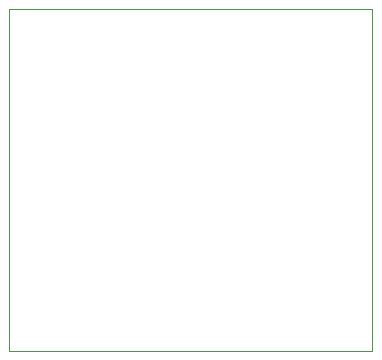
<source format=gbr>
%TF.GenerationSoftware,KiCad,Pcbnew,9.0.1*%
%TF.CreationDate,2025-04-28T22:48:43+02:00*%
%TF.ProjectId,SCS Red Led,53435320-5265-4642-904c-65642e6b6963,rev?*%
%TF.SameCoordinates,Original*%
%TF.FileFunction,Profile,NP*%
%FSLAX46Y46*%
G04 Gerber Fmt 4.6, Leading zero omitted, Abs format (unit mm)*
G04 Created by KiCad (PCBNEW 9.0.1) date 2025-04-28 22:48:43*
%MOMM*%
%LPD*%
G01*
G04 APERTURE LIST*
%TA.AperFunction,Profile*%
%ADD10C,0.050000*%
%TD*%
G04 APERTURE END LIST*
D10*
X65024000Y-64262000D02*
X95758000Y-64262000D01*
X95758000Y-93218000D01*
X65024000Y-93218000D01*
X65024000Y-64262000D01*
M02*

</source>
